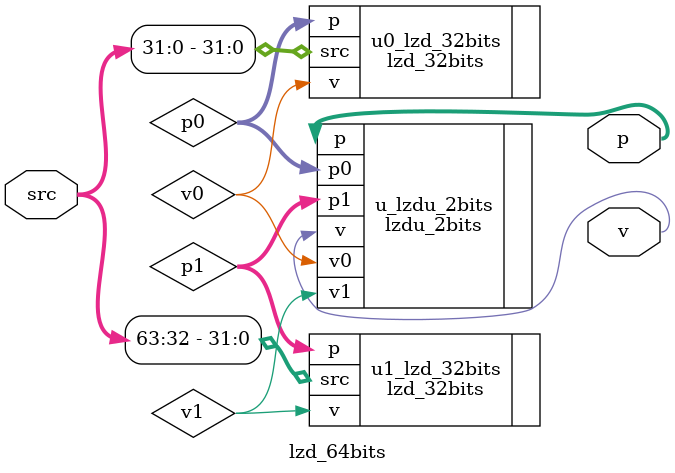
<source format=v>
module lzd_64bits(

    input	[63	:0]	src,
	output  [5	:0]	p  ,
	output			v
);

wire	[4	:0] p0, p1;
wire			v0, v1;

lzd_32bits u0_lzd_32bits(

    .src(src[31:0]	),
	.p  (p0			),
	.v  (v0			)
);

lzd_32bits u1_lzd_32bits(

    .src(src[63:32]	),
	.p  (p1			),
	.v  (v1			)
);

lzdu_2bits #(6) u_lzdu_2bits(

    .p0(p0	),
	.p1(p1	),
	.v0(v0	),
	.v1(v1	),
	.p (p	),
	.v (v	)
);

endmodule
</source>
